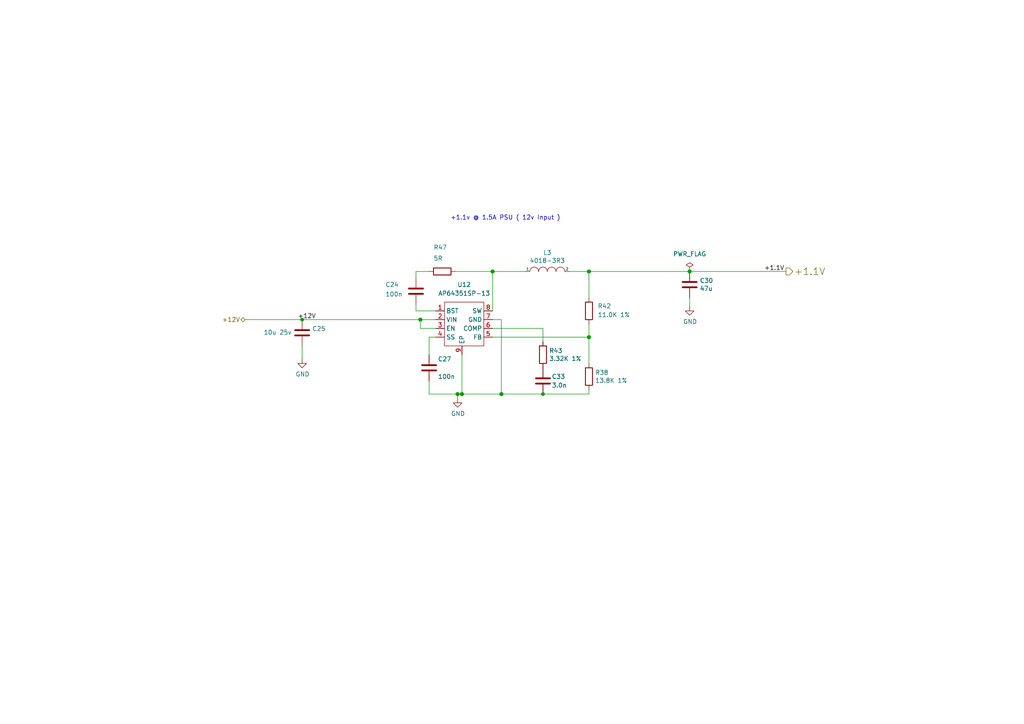
<source format=kicad_sch>
(kicad_sch (version 20230121) (generator eeschema)
  (paper "A4")
  (title_block (title "Penta-Pi") (date "2022-09-05") (rev "2.0") (comment 1 "fjc"))
  (lib_symbols
    (symbol "CM4IO:AP64351"
      (property "Reference" "U" (at 0 8.89 0))
      (property "Value" "AP64351" (at 1.27 6.35 0))
      (symbol "AP64351_0_1"
        (rectangle (start -5.08 5.08) (end 6.35 -7.62))
      )
      (symbol "AP64351_1_1"
        (pin passive line (at -7.62 2.54 0) (length 2.54) (name "BST") (number "1"))
        (pin power_in line (at -7.62 0 0) (length 2.54) (name "VIN") (number "2"))
        (pin input line (at -7.62 -2.54 0) (length 2.54) (name "EN") (number "3"))
        (pin input line (at -7.62 -5.08 0) (length 2.54) (name "SS") (number "4"))
        (pin input line (at 8.89 -5.08 180) (length 2.54) (name "FB") (number "5"))
        (pin input line (at 8.89 -2.54 180) (length 2.54) (name "COMP") (number "6"))
        (pin power_in line (at 8.89 0 180) (length 2.54) (name "GND") (number "7"))
        (pin output line (at 8.89 2.54 180) (length 2.54) (name "SW") (number "8"))
        (pin passive line (at 0 -10.16 90) (length 2.54) (name "EP") (number "9"))
      )
    )
    (symbol "Device:C" (pin_numbers hide) (pin_names (offset 0.254))
      (property "Reference" "C" (at 0.635 2.54 0))
      (property "Value" "C" (at 0.635 -2.54 0))
      (symbol "C_0_1"
        (polyline (pts (xy -2.032 -0.762) (xy 2.032 -0.762)) (stroke (width 0.508)))
        (polyline (pts (xy -2.032 0.762) (xy 2.032 0.762)) (stroke (width 0.508)))
      )
      (symbol "C_1_1"
        (pin passive line (at 0 3.81 270) (length 2.794) (name "~") (number "1"))
        (pin passive line (at 0 -3.81 90) (length 2.794) (name "~") (number "2"))
      )
    )
    (symbol "Device:R" (pin_numbers hide) (pin_names (offset 0))
      (property "Reference" "R" (at 2.032 0 90))
      (property "Value" "R" (at 0 0 90))
      (symbol "R_0_1"
        (rectangle (start -1.016 -2.54) (end 1.016 2.54) (stroke (width 0.254)))
      )
      (symbol "R_1_1"
        (pin passive line (at 0 3.81 270) (length 1.27) (name "~") (number "1"))
        (pin passive line (at 0 -3.81 90) (length 1.27) (name "~") (number "2"))
      )
    )
    (symbol "power:GND" (power) (pin_names (offset 0))
      (property "Value" "GND" (at 0 -3.81 0))
      (symbol "GND_0_1"
        (polyline (pts (xy 0 0) (xy 0 -1.27) (xy 1.27 -1.27) (xy 0 -2.54) (xy -1.27 -1.27) (xy 0 -1.27)))
      )
      (symbol "GND_1_1"
        (pin power_in line (at 0 0 270) (length 0) hide (name "GND") (number "1"))
      )
    )
    (symbol "power:PWR_FLAG" (power) (pin_numbers hide) (pin_names (offset 0) hide)
      (property "Value" "PWR_FLAG" (at 0 3.81 0))
      (symbol "PWR_FLAG_0_0"
        (pin power_out line (at 0 0 90) (length 0) (name "pwr") (number "1"))
      )
      (symbol "PWR_FLAG_0_1"
        (polyline (pts (xy 0 0) (xy 0 1.27) (xy -1.016 1.905) (xy 0 2.54) (xy 1.016 1.905) (xy 0 1.27)))
      )
    )
    (symbol "pspice:INDUCTOR" (pin_numbers hide) (pin_names (offset 0))
      (property "Reference" "L" (at 0 2.54 0))
      (property "Value" "INDUCTOR" (at 0 -1.27 0))
      (symbol "INDUCTOR_0_1"
        (arc (start -2.54 0) (mid -3.81 1.2645) (end -5.08 0))
        (arc (start 0 0) (mid -1.27 1.2645) (end -2.54 0))
        (arc (start 2.54 0) (mid 1.27 1.2645) (end 0 0))
        (arc (start 5.08 0) (mid 3.81 1.2645) (end 2.54 0))
      )
      (symbol "INDUCTOR_1_1"
        (pin input line (at -6.35 0 0) (length 1.27) (name "1") (number "1"))
        (pin input line (at 6.35 0 180) (length 1.27) (name "2") (number "2"))
      )
    )
  )
  (junction (at 170.815 97.79) (diameter 1.016))
  (junction (at 145.415 114.3) (diameter 1.016))
  (junction (at 132.715 114.3) (diameter 1.016))
  (junction (at 170.815 78.74) (diameter 1.016))
  (junction (at 157.48 114.3) (diameter 0.9144))
  (junction (at 133.985 114.3) (diameter 1.016))
  (junction (at 87.63 92.71) (diameter 0.9144))
  (junction (at 200.025 78.74) (diameter 1.016))
  (junction (at 142.875 78.74) (diameter 1.016))
  (junction (at 121.92 92.71) (diameter 1.016))
  (wire (pts (xy 142.875 95.25) (xy 157.48 95.25)))
  (wire (pts (xy 120.65 88.265) (xy 120.65 90.17)))
  (wire (pts (xy 170.815 78.74) (xy 200.025 78.74)))
  (wire (pts (xy 120.65 78.74) (xy 124.46 78.74)))
  (wire (pts (xy 142.875 78.74) (xy 142.875 90.17)))
  (wire (pts (xy 157.48 114.3) (xy 170.815 114.3)))
  (wire (pts (xy 170.815 78.74) (xy 170.815 86.36)))
  (wire (pts (xy 142.875 97.79) (xy 170.815 97.79)))
  (wire (pts (xy 142.875 78.74) (xy 152.4 78.74)))
  (wire (pts (xy 132.715 115.57) (xy 132.715 114.3)))
  (wire (pts (xy 121.92 95.25) (xy 126.365 95.25)))
  (wire (pts (xy 121.92 92.71) (xy 126.365 92.71)))
  (wire (pts (xy 132.08 78.74) (xy 142.875 78.74)))
  (wire (pts (xy 87.63 100.33) (xy 87.63 104.14)))
  (wire (pts (xy 170.815 93.98) (xy 170.815 97.79)))
  (wire (pts (xy 142.875 92.71) (xy 145.415 92.71)))
  (wire (pts (xy 170.815 114.3) (xy 170.815 113.03)))
  (wire (pts (xy 124.46 97.79) (xy 124.46 102.87)))
  (wire (pts (xy 145.415 92.71) (xy 145.415 114.3)))
  (wire (pts (xy 132.715 114.3) (xy 133.985 114.3)))
  (wire (pts (xy 71.12 92.71) (xy 87.63 92.71)))
  (wire (pts (xy 87.63 92.71) (xy 121.92 92.71)))
  (wire (pts (xy 124.46 110.49) (xy 124.46 114.3)))
  (wire (pts (xy 200.025 78.74) (xy 227.965 78.74)))
  (wire (pts (xy 165.1 78.74) (xy 170.815 78.74)))
  (wire (pts (xy 145.415 114.3) (xy 157.48 114.3)))
  (wire (pts (xy 200.025 86.36) (xy 200.025 88.9)))
  (wire (pts (xy 120.65 90.17) (xy 126.365 90.17)))
  (wire (pts (xy 170.815 97.79) (xy 170.815 105.41)))
  (wire (pts (xy 121.92 92.71) (xy 121.92 95.25)))
  (wire (pts (xy 126.365 97.79) (xy 124.46 97.79)))
  (wire (pts (xy 157.48 99.06) (xy 157.48 95.25)))
  (wire (pts (xy 120.65 80.645) (xy 120.65 78.74)))
  (wire (pts (xy 133.985 102.87) (xy 133.985 114.3)))
  (wire (pts (xy 124.46 114.3) (xy 132.715 114.3)))
  (wire (pts (xy 133.985 114.3) (xy 145.415 114.3)))
  (text "+1.1v @ 1.5A PSU ( 12v Input )" (at 162.56 64.008 0) (effects (font (size 1.27 1.27)) (justify right bottom)))
  (label "+12V" (at 86.36 92.71 0))
  (label "+1.1V" (at 221.615 78.74 0))
  (hierarchical_label "+1.1V" (shape output) (at 227.965 78.74 0) (effects (font (size 2.007 2.007))))
  (hierarchical_label "+12V" (shape bidirectional) (at 71.12 92.71 180))
  (symbol (lib_id "Device:C") (at 87.63 96.52 0) (unit 1)
    (property "Reference" "C25" (at 90.551 95.3516 0) (effects (justify left)))
    (property "Value" "10u 25v" (at 76.454 96.393 0) (effects (justify left)))
    (property "Footprint" "Capacitor_SMD:C_0805_2012Metric" (effects hide))
    (property "Datasheet" "https://media.digikey.com/pdf/Data%20Sheets/Samsung%20PDFs/CL_Series_MLCC_ds.pdf" (effects hide))
    (property "LCSC Part Number" "C440198" (effects hide))
  )
  (symbol (lib_id "power:GND") (at 200.025 88.9 0) (unit 1)
    (property "Reference" "#PWR056" (effects hide))
    (property "Value" "GND" (at 200.152 93.2942 0))
  )
  (symbol (lib_id "Device:C") (at 157.48 110.49 0) (unit 1)
    (property "Reference" "C33" (at 160.02 109.22 0) (effects (justify left)))
    (property "Value" "3.0n" (at 160.02 111.76 0) (effects (justify left)))
    (property "Footprint" "Capacitor_SMD:C_0603_1608Metric" (effects hide))
    (property "Datasheet" "http://datasheets.avx.com/X7RDielectric.pdf" (effects hide))
    (property "LCSC Part Number" "C1613" (effects hide))
  )
  (symbol (lib_id "Device:C") (at 124.46 106.68 0) (unit 1)
    (property "Reference" "C27" (at 127 104.14 0) (effects (justify left)))
    (property "Value" "100n" (at 127 109.22 0) (effects (justify left)))
    (property "Footprint" "Capacitor_SMD:C_0402_1005Metric" (effects hide))
    (property "Datasheet" "https://search.murata.co.jp/Ceramy/image/img/A01X/G101/ENG/GRM21BR71A106KA73-01.pdf" (effects hide))
    (property "LCSC Part Number" "C1525" (effects hide))
  )
  (symbol (lib_id "Device:C") (at 120.65 84.455 0) (unit 1)
    (property "Reference" "C24" (at 111.76 82.55 0) (effects (justify left)))
    (property "Value" "100n" (at 111.76 85.344 0) (effects (justify left)))
    (property "Footprint" "Capacitor_SMD:C_0402_1005Metric" (effects hide))
    (property "Datasheet" "https://search.murata.co.jp/Ceramy/image/img/A01X/G101/ENG/GRM21BR71A106KA73-01.pdf" (effects hide))
    (property "LCSC Part Number" "C1525" (effects hide))
  )
  (symbol (lib_id "power:GND") (at 87.63 104.14 0) (unit 1)
    (property "Reference" "#PWR054" (effects hide))
    (property "Value" "GND" (at 87.757 108.5342 0))
  )
  (symbol (lib_id "pspice:INDUCTOR") (at 158.75 78.74 0) (unit 1)
    (property "Reference" "L3" (at 158.75 73.279 0))
    (property "Value" "4018-3R3" (at 158.75 75.59 0))
    (property "Footprint" "Inductor_SMD:L_Bourns-SRN4018" (effects hide))
    (property "Datasheet" "http://www.farnell.com/datasheets/1880803.pdf" (effects hide))
    (property "LCSC Part Number" "C307830" (effects hide))
  )
  (symbol (lib_id "Device:R") (at 128.27 78.74 270) (unit 1)
    (property "Reference" "R47" (at 125.73 71.755 90) (effects (justify left)))
    (property "Value" "5R" (at 125.73 74.93 90) (effects (justify left)))
    (property "Footprint" "Resistor_SMD:R_0603_1608Metric" (effects hide))
    (property "LCSC Part Number" "C25197" (effects hide))
  )
  (symbol (lib_id "Device:R") (at 157.48 102.87 0) (unit 1)
    (property "Reference" "R43" (at 159.258 101.7016 0) (effects (justify left)))
    (property "Value" "3.32K 1%" (at 159.258 104.013 0) (effects (justify left)))
    (property "Footprint" "Resistor_SMD:R_0603_1608Metric" (effects hide))
    (property "LCSC Part Number" "C22995" (effects hide))
  )
  (symbol (lib_id "Device:C") (at 200.025 82.55 0) (unit 1)
    (property "Reference" "C30" (at 202.946 81.3816 0) (effects (justify left)))
    (property "Value" "47u" (at 202.946 83.693 0) (effects (justify left)))
    (property "Footprint" "Capacitor_SMD:C_1206_3216Metric" (effects hide))
    (property "Datasheet" "http://www.samsungsem.com/kr/support/product-search/mlcc/CL21B106KPQNNNE.jsp" (effects hide))
    (property "LCSC Part Number" "C96123" (effects hide))
  )
  (symbol (lib_id "power:GND") (at 132.715 115.57 0) (unit 1)
    (property "Reference" "#PWR055" (effects hide))
    (property "Value" "GND" (at 132.842 119.9642 0))
  )
  (symbol (lib_id "Device:R") (at 170.815 109.22 0) (unit 1)
    (property "Reference" "R38" (at 172.593 108.0516 0) (effects (justify left)))
    (property "Value" "13.8K 1%" (at 172.593 110.363 0) (effects (justify left)))
    (property "Footprint" "Resistor_SMD:R_0603_1608Metric" (effects hide))
    (property "LCSC Part Number" "C862888" (effects hide))
  )
  (symbol (lib_id "Device:R") (at 170.815 90.17 0) (unit 1)
    (property "Reference" "R42" (at 173.355 88.773 0) (effects (justify left)))
    (property "Value" "11.0K 1%" (at 173.355 91.313 0) (effects (justify left)))
    (property "Footprint" "Resistor_SMD:R_0603_1608Metric" (effects hide))
    (property "LCSC Part Number" "C25950" (effects hide))
  )
  (symbol (lib_id "CM4IO:AP64351") (at 133.985 92.71 0) (unit 1)
    (property "Reference" "U12" (at 134.62 82.55 0))
    (property "Value" "AP64351SP-13" (at 134.62 85.09 0))
    (property "Footprint" "Package_SO:SOIC-8-1EP_3.9x4.9mm_P1.27mm_EP2.95x4.9mm_Mask2.71x3.4mm" (effects hide))
    (property "Datasheet" "https://4donline.ihs.com/images/VipMasterIC/IC/DIOD/DIOD-S-A0009073026/DIOD-S-A0009073026-1.pdf?hkey=6D3A4C79FDBF58556ACFDE234799DDF0" (effects hide))
  )
  (symbol (lib_id "power:PWR_FLAG") (at 200.025 78.74 0) (unit 1)
    (property "Reference" "#FLG03" (effects hide))
    (property "Value" "PWR_FLAG" (at 200.025 73.66 0))
  )
)
</source>
